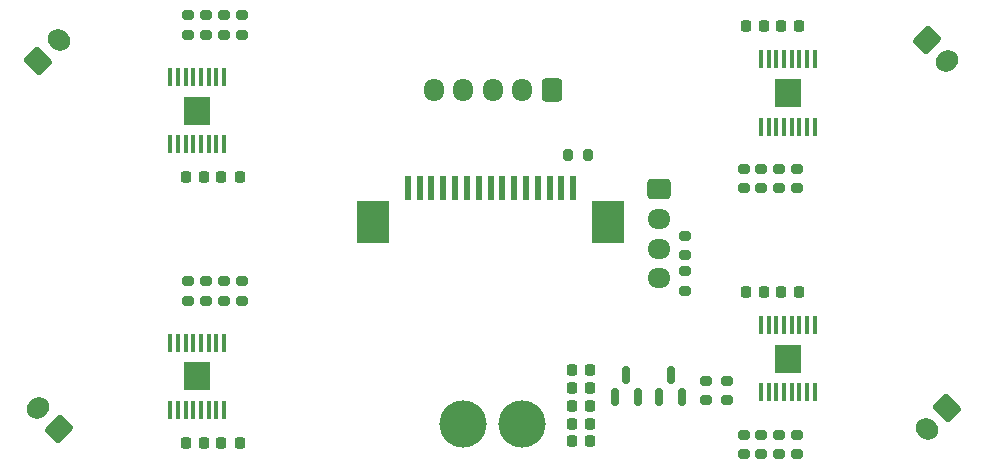
<source format=gbr>
%TF.GenerationSoftware,KiCad,Pcbnew,8.0.1*%
%TF.CreationDate,2024-08-01T22:27:24+09:00*%
%TF.ProjectId,MD-20240410,4d442d32-3032-4343-9034-31302e6b6963,rev?*%
%TF.SameCoordinates,Original*%
%TF.FileFunction,Soldermask,Top*%
%TF.FilePolarity,Negative*%
%FSLAX46Y46*%
G04 Gerber Fmt 4.6, Leading zero omitted, Abs format (unit mm)*
G04 Created by KiCad (PCBNEW 8.0.1) date 2024-08-01 22:27:24*
%MOMM*%
%LPD*%
G01*
G04 APERTURE LIST*
G04 Aperture macros list*
%AMRoundRect*
0 Rectangle with rounded corners*
0 $1 Rounding radius*
0 $2 $3 $4 $5 $6 $7 $8 $9 X,Y pos of 4 corners*
0 Add a 4 corners polygon primitive as box body*
4,1,4,$2,$3,$4,$5,$6,$7,$8,$9,$2,$3,0*
0 Add four circle primitives for the rounded corners*
1,1,$1+$1,$2,$3*
1,1,$1+$1,$4,$5*
1,1,$1+$1,$6,$7*
1,1,$1+$1,$8,$9*
0 Add four rect primitives between the rounded corners*
20,1,$1+$1,$2,$3,$4,$5,0*
20,1,$1+$1,$4,$5,$6,$7,0*
20,1,$1+$1,$6,$7,$8,$9,0*
20,1,$1+$1,$8,$9,$2,$3,0*%
%AMHorizOval*
0 Thick line with rounded ends*
0 $1 width*
0 $2 $3 position (X,Y) of the first rounded end (center of the circle)*
0 $4 $5 position (X,Y) of the second rounded end (center of the circle)*
0 Add line between two ends*
20,1,$1,$2,$3,$4,$5,0*
0 Add two circle primitives to create the rounded ends*
1,1,$1,$2,$3*
1,1,$1,$4,$5*%
G04 Aperture macros list end*
%ADD10C,4.000000*%
%ADD11RoundRect,0.200000X-0.275000X0.200000X-0.275000X-0.200000X0.275000X-0.200000X0.275000X0.200000X0*%
%ADD12RoundRect,0.250000X0.954594X0.106066X0.106066X0.954594X-0.954594X-0.106066X-0.106066X-0.954594X0*%
%ADD13HorizOval,1.700000X0.106066X0.106066X-0.106066X-0.106066X0*%
%ADD14RoundRect,0.225000X0.225000X0.250000X-0.225000X0.250000X-0.225000X-0.250000X0.225000X-0.250000X0*%
%ADD15R,2.310000X2.460000*%
%ADD16RoundRect,0.100000X-0.100000X0.687500X-0.100000X-0.687500X0.100000X-0.687500X0.100000X0.687500X0*%
%ADD17RoundRect,0.200000X0.275000X-0.200000X0.275000X0.200000X-0.275000X0.200000X-0.275000X-0.200000X0*%
%ADD18RoundRect,0.150000X0.150000X-0.587500X0.150000X0.587500X-0.150000X0.587500X-0.150000X-0.587500X0*%
%ADD19RoundRect,0.250000X-0.954594X-0.106066X-0.106066X-0.954594X0.954594X0.106066X0.106066X0.954594X0*%
%ADD20HorizOval,1.700000X-0.106066X-0.106066X0.106066X0.106066X0*%
%ADD21RoundRect,0.225000X-0.225000X-0.250000X0.225000X-0.250000X0.225000X0.250000X-0.225000X0.250000X0*%
%ADD22RoundRect,0.100000X0.100000X-0.687500X0.100000X0.687500X-0.100000X0.687500X-0.100000X-0.687500X0*%
%ADD23RoundRect,0.200000X-0.200000X-0.275000X0.200000X-0.275000X0.200000X0.275000X-0.200000X0.275000X0*%
%ADD24R,0.610000X2.000000*%
%ADD25R,2.680000X3.600000*%
%ADD26RoundRect,0.250000X0.600000X0.725000X-0.600000X0.725000X-0.600000X-0.725000X0.600000X-0.725000X0*%
%ADD27O,1.700000X1.950000*%
%ADD28RoundRect,0.250000X0.106066X-0.954594X0.954594X-0.106066X-0.106066X0.954594X-0.954594X0.106066X0*%
%ADD29HorizOval,1.700000X-0.106066X0.106066X0.106066X-0.106066X0*%
%ADD30RoundRect,0.250000X-0.106066X0.954594X-0.954594X0.106066X0.106066X-0.954594X0.954594X-0.106066X0*%
%ADD31RoundRect,0.250000X-0.725000X0.600000X-0.725000X-0.600000X0.725000X-0.600000X0.725000X0.600000X0*%
%ADD32O,1.950000X1.700000*%
G04 APERTURE END LIST*
D10*
%TO.C,J7*%
X-2500005Y-16000000D03*
X2499995Y-16000000D03*
%TD*%
D11*
%TO.C,R16*%
X24249995Y5575000D03*
X24249995Y3925000D03*
%TD*%
%TO.C,R13*%
X21249995Y-16925000D03*
X21249995Y-18575000D03*
%TD*%
D12*
%TO.C,J4*%
X-36745712Y-16440232D03*
D13*
X-38513478Y-14672466D03*
%TD*%
D11*
%TO.C,R23*%
X16324995Y-100000D03*
X16324995Y-1750000D03*
%TD*%
D14*
%TO.C,C4*%
X8274995Y-16000000D03*
X6724995Y-16000000D03*
%TD*%
D15*
%TO.C,U2*%
X-25000005Y-12000000D03*
D16*
X-22725005Y-9137500D03*
X-23375005Y-9137500D03*
X-24025005Y-9137500D03*
X-24675005Y-9137500D03*
X-25325005Y-9137500D03*
X-25975005Y-9137500D03*
X-26625005Y-9137500D03*
X-27275005Y-9137500D03*
X-27275005Y-14862500D03*
X-26625005Y-14862500D03*
X-25975005Y-14862500D03*
X-25325005Y-14862500D03*
X-24675005Y-14862500D03*
X-24025005Y-14862500D03*
X-23375005Y-14862500D03*
X-22725005Y-14862500D03*
%TD*%
D15*
%TO.C,U1*%
X-25000005Y10500000D03*
D16*
X-22725005Y13362500D03*
X-23375005Y13362500D03*
X-24025005Y13362500D03*
X-24675005Y13362500D03*
X-25325005Y13362500D03*
X-25975005Y13362500D03*
X-26625005Y13362500D03*
X-27275005Y13362500D03*
X-27275005Y7637500D03*
X-26625005Y7637500D03*
X-25975005Y7637500D03*
X-25325005Y7637500D03*
X-24675005Y7637500D03*
X-24025005Y7637500D03*
X-23375005Y7637500D03*
X-22725005Y7637500D03*
%TD*%
D14*
%TO.C,C9*%
X-21425005Y-17650000D03*
X-22975005Y-17650000D03*
%TD*%
%TO.C,C5*%
X8274995Y-14500000D03*
X6724995Y-14500000D03*
%TD*%
%TO.C,C8*%
X8274995Y-11500000D03*
X6724995Y-11500000D03*
%TD*%
%TO.C,C10*%
X-24425005Y-17650000D03*
X-25975005Y-17650000D03*
%TD*%
D11*
%TO.C,R14*%
X22749995Y-16925000D03*
X22749995Y-18575000D03*
%TD*%
%TO.C,R17*%
X21249995Y5575000D03*
X21249995Y3925000D03*
%TD*%
%TO.C,R21*%
X16324995Y-3100000D03*
X16324995Y-4750000D03*
%TD*%
D17*
%TO.C,R7*%
X-25750005Y16925000D03*
X-25750005Y18575000D03*
%TD*%
D11*
%TO.C,R12*%
X24249995Y-16925000D03*
X24249995Y-18575000D03*
%TD*%
D18*
%TO.C,Q3*%
X14124995Y-13750000D03*
X16024995Y-13750000D03*
X15074995Y-11875000D03*
%TD*%
D19*
%TO.C,J6*%
X36745702Y16440232D03*
D20*
X38513468Y14672466D03*
%TD*%
D17*
%TO.C,R8*%
X-24250005Y-5575000D03*
X-24250005Y-3925000D03*
%TD*%
D21*
%TO.C,C12*%
X24424995Y-4850000D03*
X25974995Y-4850000D03*
%TD*%
D15*
%TO.C,U3*%
X24999995Y-10500000D03*
D22*
X22724995Y-13362500D03*
X23374995Y-13362500D03*
X24024995Y-13362500D03*
X24674995Y-13362500D03*
X25324995Y-13362500D03*
X25974995Y-13362500D03*
X26624995Y-13362500D03*
X27274995Y-13362500D03*
X27274995Y-7637500D03*
X26624995Y-7637500D03*
X25974995Y-7637500D03*
X25324995Y-7637500D03*
X24674995Y-7637500D03*
X24024995Y-7637500D03*
X23374995Y-7637500D03*
X22724995Y-7637500D03*
%TD*%
D21*
%TO.C,C14*%
X24424995Y17650000D03*
X25974995Y17650000D03*
%TD*%
D11*
%TO.C,R18*%
X22749995Y5575000D03*
X22749995Y3925000D03*
%TD*%
%TO.C,R15*%
X25749995Y-16925000D03*
X25749995Y-18575000D03*
%TD*%
D17*
%TO.C,R10*%
X-22750005Y-5575000D03*
X-22750005Y-3925000D03*
%TD*%
D14*
%TO.C,C3*%
X8274995Y-17470000D03*
X6724995Y-17470000D03*
%TD*%
D17*
%TO.C,R4*%
X-24250005Y16925000D03*
X-24250005Y18575000D03*
%TD*%
D15*
%TO.C,U4*%
X24999995Y12000000D03*
D22*
X22724995Y9137500D03*
X23374995Y9137500D03*
X24024995Y9137500D03*
X24674995Y9137500D03*
X25324995Y9137500D03*
X25974995Y9137500D03*
X26624995Y9137500D03*
X27274995Y9137500D03*
X27274995Y14862500D03*
X26624995Y14862500D03*
X25974995Y14862500D03*
X25324995Y14862500D03*
X24674995Y14862500D03*
X24024995Y14862500D03*
X23374995Y14862500D03*
X22724995Y14862500D03*
%TD*%
D14*
%TO.C,C1*%
X-21425005Y4850000D03*
X-22975005Y4850000D03*
%TD*%
D21*
%TO.C,C11*%
X21424995Y-4850000D03*
X22974995Y-4850000D03*
%TD*%
D11*
%TO.C,R19*%
X25749995Y5575000D03*
X25749995Y3925000D03*
%TD*%
D17*
%TO.C,R11*%
X-25750005Y-5575000D03*
X-25750005Y-3925000D03*
%TD*%
D21*
%TO.C,C13*%
X21424995Y17650000D03*
X22974995Y17650000D03*
%TD*%
D23*
%TO.C,R1*%
X6424995Y6750000D03*
X8074995Y6750000D03*
%TD*%
D24*
%TO.C,J8*%
X-7175005Y3912500D03*
X-6175005Y3912500D03*
X-5175005Y3912500D03*
X-4175005Y3912500D03*
X-3175005Y3912500D03*
X-2175005Y3912500D03*
X-1175005Y3912500D03*
X-175005Y3912500D03*
X824995Y3912500D03*
X1824995Y3912500D03*
X2824995Y3912500D03*
X3824995Y3912500D03*
X4824995Y3912500D03*
X5824995Y3912500D03*
X6824995Y3912500D03*
D25*
X-10165005Y1112500D03*
X9814995Y1112500D03*
%TD*%
D17*
%TO.C,R3*%
X-21250005Y16925000D03*
X-21250005Y18575000D03*
%TD*%
D14*
%TO.C,C2*%
X-24425005Y4850000D03*
X-25975005Y4850000D03*
%TD*%
D26*
%TO.C,J1*%
X4999995Y12250000D03*
D27*
X2499995Y12250000D03*
X-5Y12250000D03*
X-2500005Y12250000D03*
X-5000005Y12250000D03*
%TD*%
D17*
%TO.C,R9*%
X-21250005Y-5575000D03*
X-21250005Y-3925000D03*
%TD*%
D28*
%TO.C,J3*%
X-38513478Y14672466D03*
D29*
X-36745712Y16440232D03*
%TD*%
D30*
%TO.C,J5*%
X38513468Y-14672466D03*
D29*
X36745702Y-16440232D03*
%TD*%
D11*
%TO.C,R22*%
X18074995Y-12350000D03*
X18074995Y-14000000D03*
%TD*%
D18*
%TO.C,Q4*%
X10374995Y-13750000D03*
X12274995Y-13750000D03*
X11324995Y-11875000D03*
%TD*%
D17*
%TO.C,R6*%
X-22750005Y16925000D03*
X-22750005Y18575000D03*
%TD*%
D14*
%TO.C,C7*%
X8274995Y-13000000D03*
X6724995Y-13000000D03*
%TD*%
D11*
%TO.C,R20*%
X19824995Y-12350000D03*
X19824995Y-14000000D03*
%TD*%
D31*
%TO.C,J2*%
X14074995Y3825000D03*
D32*
X14074995Y1325000D03*
X14074995Y-1175000D03*
X14074995Y-3675000D03*
%TD*%
M02*

</source>
